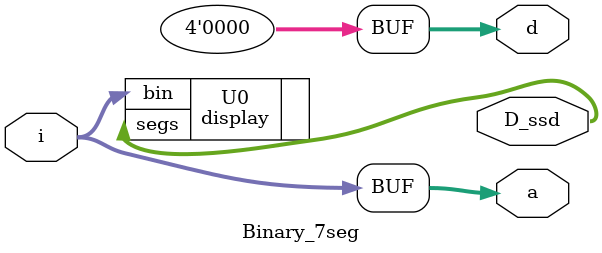
<source format=v>
`timescale 1ns / 1ps


module Binary_7seg(i,D_ssd,d,a);
input [3:0] i;
output [7:0] D_ssd;
output [3:0] d;
output [3:0] a;

display U0(.bin(i),.segs(D_ssd));

assign d=4'b0000;
assign a=i;
endmodule

</source>
